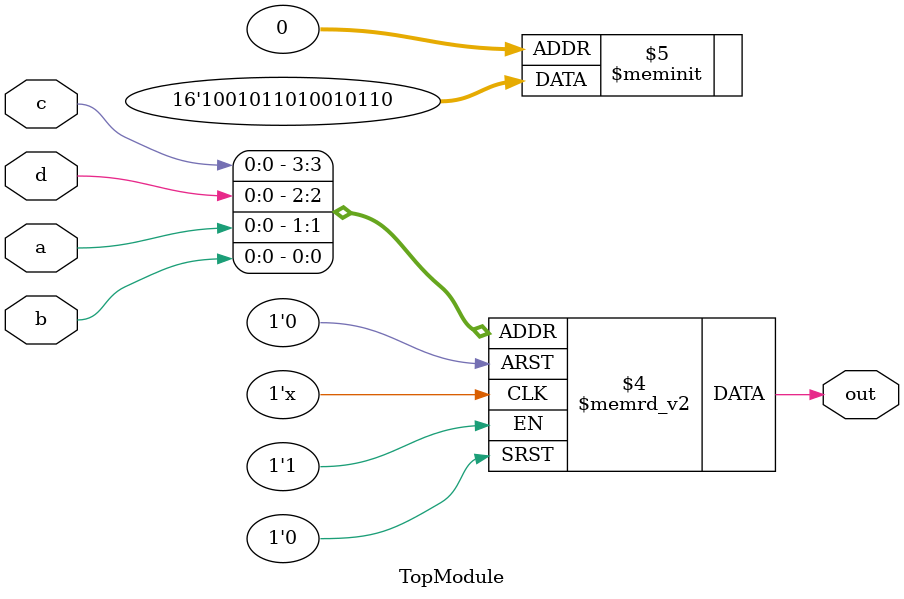
<source format=sv>
module TopModule (
    input logic a,
    input logic b,
    input logic c,
    input logic d,
    output logic out
);

always @(*) begin
    case ({c, d, a, b})
        4'b0000: out = 1'b0; // cd = 00, ab = 00
        4'b0001: out = 1'b1; // cd = 00, ab = 01
        4'b0011: out = 1'b0; // cd = 00, ab = 11
        4'b0010: out = 1'b1; // cd = 00, ab = 10
        4'b0100: out = 1'b1; // cd = 01, ab = 00
        4'b0101: out = 1'b0; // cd = 01, ab = 01
        4'b0111: out = 1'b1; // cd = 01, ab = 11
        4'b0110: out = 1'b0; // cd = 01, ab = 10
        4'b1000: out = 1'b0; // cd = 11, ab = 00
        4'b1001: out = 1'b1; // cd = 11, ab = 01
        4'b1011: out = 1'b0; // cd = 11, ab = 11
        4'b1010: out = 1'b1; // cd = 11, ab = 10
        4'b1100: out = 1'b1; // cd = 10, ab = 00
        4'b1101: out = 1'b0; // cd = 10, ab = 01
        4'b1111: out = 1'b1; // cd = 10, ab = 11
        4'b1110: out = 1'b0; // cd = 10, ab = 10
        default: out = 1'b0; // Default case
    endcase
end

endmodule
</source>
